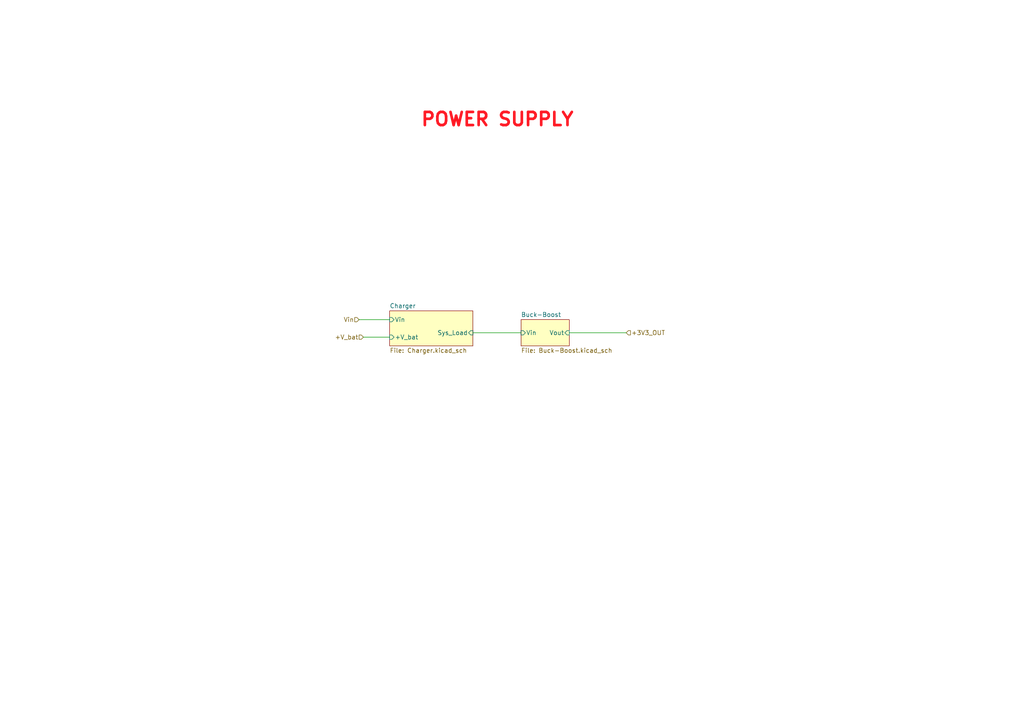
<source format=kicad_sch>
(kicad_sch
	(version 20250114)
	(generator "eeschema")
	(generator_version "9.0")
	(uuid "7970852a-f7a4-4130-93ab-52424db57b3a")
	(paper "A4")
	(title_block
		(title "Charger")
	)
	(lib_symbols)
	(text "POWER SUPPLY\n"
		(exclude_from_sim no)
		(at 144.272 34.798 0)
		(effects
			(font
				(size 3.81 3.81)
				(thickness 0.762)
				(bold yes)
				(color 255 20 31 1)
			)
		)
		(uuid "27ea130e-fbb3-48d8-8bbe-f0c9b287c9db")
	)
	(wire
		(pts
			(xy 137.16 96.52) (xy 151.13 96.52)
		)
		(stroke
			(width 0)
			(type default)
		)
		(uuid "67620874-b5a8-49c3-9ad5-ad83333c045a")
	)
	(wire
		(pts
			(xy 104.14 92.71) (xy 113.03 92.71)
		)
		(stroke
			(width 0)
			(type default)
		)
		(uuid "7bf048f2-a41c-46ec-850e-44308ca50bc7")
	)
	(wire
		(pts
			(xy 105.41 97.79) (xy 113.03 97.79)
		)
		(stroke
			(width 0)
			(type default)
		)
		(uuid "bed1615d-6348-44c1-abb3-9665668e7c21")
	)
	(wire
		(pts
			(xy 165.1 96.52) (xy 181.61 96.52)
		)
		(stroke
			(width 0)
			(type default)
		)
		(uuid "f97f5fec-9026-4033-ae83-c60001e827d2")
	)
	(hierarchical_label "+3V3_OUT"
		(shape input)
		(at 181.61 96.52 0)
		(effects
			(font
				(size 1.27 1.27)
			)
			(justify left)
		)
		(uuid "18ffc806-846a-44e0-ad5d-b69c86f18d28")
	)
	(hierarchical_label "+V_bat"
		(shape input)
		(at 105.41 97.79 180)
		(effects
			(font
				(size 1.27 1.27)
			)
			(justify right)
		)
		(uuid "41408363-6d7c-460f-84c9-842fe4344fe0")
	)
	(hierarchical_label "Vin"
		(shape input)
		(at 104.14 92.71 180)
		(effects
			(font
				(size 1.27 1.27)
			)
			(justify right)
		)
		(uuid "e7c1383a-ddbd-448c-9269-9d13979b7335")
	)
	(sheet
		(at 151.13 92.71)
		(size 13.97 7.62)
		(exclude_from_sim no)
		(in_bom yes)
		(on_board yes)
		(dnp no)
		(fields_autoplaced yes)
		(stroke
			(width 0.1524)
			(type solid)
		)
		(fill
			(color 255 255 194 1.0000)
		)
		(uuid "185d0b05-e8e4-4a33-bf89-f67e4862ef19")
		(property "Sheetname" "Buck-Boost"
			(at 151.13 91.9984 0)
			(effects
				(font
					(size 1.27 1.27)
				)
				(justify left bottom)
			)
		)
		(property "Sheetfile" "Buck-Boost.kicad_sch"
			(at 151.13 100.9146 0)
			(effects
				(font
					(size 1.27 1.27)
				)
				(justify left top)
			)
		)
		(pin "Vin" input
			(at 151.13 96.52 180)
			(uuid "6e822bd6-03bd-4d13-a1b8-84ab25ead98c")
			(effects
				(font
					(size 1.27 1.27)
				)
				(justify left)
			)
		)
		(pin "Vout" input
			(at 165.1 96.52 0)
			(uuid "ceff0f47-eabe-4f97-8fa4-ba955562cf91")
			(effects
				(font
					(size 1.27 1.27)
				)
				(justify right)
			)
		)
		(instances
			(project "BLE_sensors"
				(path "/06b47d3c-6b7b-411b-8755-cae193722202/30528618-a979-4bf1-b774-eef2b8cf727d"
					(page "4")
				)
			)
		)
	)
	(sheet
		(at 113.03 90.17)
		(size 24.13 10.16)
		(exclude_from_sim no)
		(in_bom yes)
		(on_board yes)
		(dnp no)
		(fields_autoplaced yes)
		(stroke
			(width 0.1524)
			(type solid)
		)
		(fill
			(color 255 255 194 1.0000)
		)
		(uuid "9515a31a-8844-493e-b588-3303487459e9")
		(property "Sheetname" "Charger"
			(at 113.03 89.4584 0)
			(effects
				(font
					(size 1.27 1.27)
				)
				(justify left bottom)
			)
		)
		(property "Sheetfile" "Charger.kicad_sch"
			(at 113.03 100.9146 0)
			(effects
				(font
					(size 1.27 1.27)
				)
				(justify left top)
			)
		)
		(pin "+V_bat" input
			(at 113.03 97.79 180)
			(uuid "5defe2dc-7851-415b-aacb-b2872bd0a0b8")
			(effects
				(font
					(size 1.27 1.27)
				)
				(justify left)
			)
		)
		(pin "Sys_Load" input
			(at 137.16 96.52 0)
			(uuid "204cd1af-9dca-41d5-85eb-8eff9be31597")
			(effects
				(font
					(size 1.27 1.27)
				)
				(justify right)
			)
		)
		(pin "Vin" input
			(at 113.03 92.71 180)
			(uuid "c34d640a-be1a-492d-a057-cc2adb19dadd")
			(effects
				(font
					(size 1.27 1.27)
				)
				(justify left)
			)
		)
		(instances
			(project "BLE_sensors"
				(path "/06b47d3c-6b7b-411b-8755-cae193722202/30528618-a979-4bf1-b774-eef2b8cf727d"
					(page "3")
				)
			)
		)
	)
)

</source>
